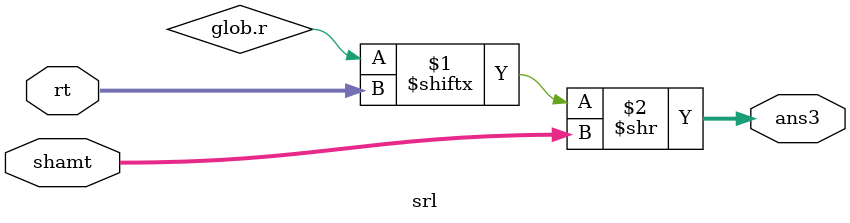
<source format=v>
module srl
(
	input [4:0] rt, shamt,
	output [31:0] ans3
);

assign ans3 = glob.r[rt] >> shamt;

endmodule
</source>
